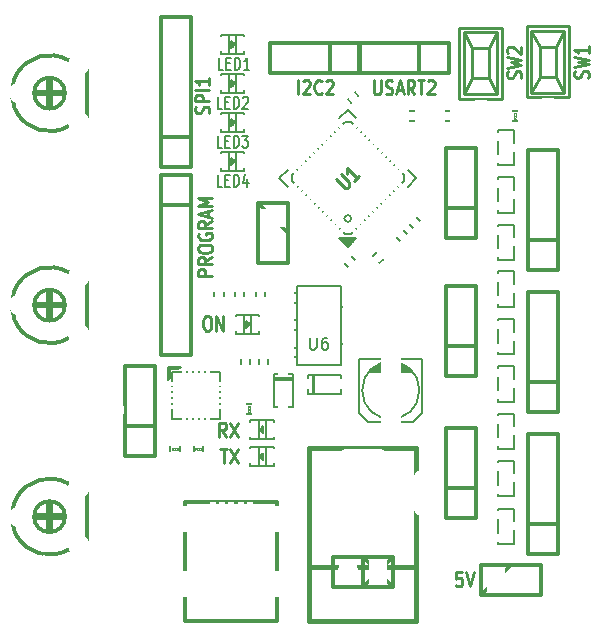
<source format=gto>
G04 #@! TF.FileFunction,Legend,Top*
%FSLAX46Y46*%
G04 Gerber Fmt 4.6, Leading zero omitted, Abs format (unit mm)*
G04 Created by KiCad (PCBNEW 4.1.0-alpha+201608281547+7098~46~ubuntu16.04.1-product) date Sun Sep  4 14:55:36 2016*
%MOMM*%
%LPD*%
G01*
G04 APERTURE LIST*
%ADD10C,0.100000*%
%ADD11C,0.254000*%
%ADD12C,0.127000*%
%ADD13C,0.304800*%
%ADD14C,0.149860*%
%ADD15C,0.381000*%
%ADD16C,0.350520*%
%ADD17C,0.250000*%
%ADD18C,0.200000*%
%ADD19C,0.200660*%
%ADD20C,0.040640*%
%ADD21O,2.300000X1.624000*%
%ADD22R,1.100760X1.100760*%
%ADD23R,1.100760X0.999160*%
%ADD24R,2.299640X1.624000*%
%ADD25O,2.299640X1.624000*%
%ADD26R,1.624000X2.299640*%
%ADD27O,1.624000X2.299640*%
%ADD28O,2.098980X4.100500*%
%ADD29O,4.100500X2.098980*%
%ADD30O,4.600880X2.098980*%
%ADD31R,1.298880X1.298880*%
%ADD32R,1.100760X0.699440*%
%ADD33R,0.999160X1.100760*%
%ADD34R,1.900860X1.400480*%
%ADD35R,1.900860X3.899840*%
%ADD36C,3.100000*%
%ADD37R,1.700200X3.099740*%
%ADD38R,0.950900X0.950900*%
%ADD39R,0.871220X0.441960*%
%ADD40R,0.441960X0.871220*%
%ADD41R,1.391920X1.391920*%
%ADD42R,2.297100X2.297100*%
%ADD43R,0.597840X2.297100*%
%ADD44C,0.999160*%
%ADD45C,1.850060*%
G04 APERTURE END LIST*
D10*
D11*
X164898960Y-89099520D02*
X164200460Y-87799040D01*
X166301040Y-89099520D02*
X166999540Y-87799040D01*
X166301040Y-91700480D02*
X166999540Y-93000960D01*
X164200460Y-93000960D02*
X164898960Y-91700480D01*
X164200460Y-93000960D02*
X164200460Y-87799040D01*
X164200460Y-87799040D02*
X166999540Y-87799040D01*
X166999540Y-87799040D02*
X166999540Y-93000960D01*
X166999540Y-93000960D02*
X164200460Y-93000960D01*
X164898960Y-91700480D02*
X164898960Y-89099520D01*
X164898960Y-89099520D02*
X166301040Y-89099520D01*
X166301040Y-89099520D02*
X166301040Y-91700480D01*
X166301040Y-91700480D02*
X164898960Y-91700480D01*
X163799140Y-93399740D02*
X163799140Y-87400260D01*
X163799140Y-87400260D02*
X167400860Y-87400260D01*
X167400860Y-87400260D02*
X167400860Y-93399740D01*
X167400860Y-93399740D02*
X163799140Y-93399740D01*
D12*
X137343600Y-110658800D02*
X138156400Y-110658800D01*
X138131000Y-109541200D02*
X137343600Y-109541200D01*
X138156400Y-109287200D02*
X138156400Y-110912800D01*
X138156400Y-110912800D02*
X137343600Y-110912800D01*
X137343600Y-110912800D02*
X137343600Y-109287200D01*
X137343600Y-109287200D02*
X138156400Y-109287200D01*
D13*
X135370000Y-102490000D02*
X132830000Y-102490000D01*
X132830000Y-99950000D02*
X135370000Y-99950000D01*
X135370000Y-99950000D02*
X135370000Y-115190000D01*
X135370000Y-115190000D02*
X132830000Y-115190000D01*
X132830000Y-115190000D02*
X132830000Y-99950000D01*
D14*
X148508112Y-105905765D02*
X148791888Y-105905765D01*
X148931980Y-105765673D02*
X148368020Y-105765673D01*
X148226132Y-105623785D02*
X149073868Y-105623785D01*
X149215756Y-105481897D02*
X148084244Y-105481897D01*
X149357644Y-105340009D02*
X148650000Y-106047653D01*
X148650000Y-106047653D02*
X147942356Y-105340009D01*
X147942356Y-105340009D02*
X149357644Y-105340009D01*
X153740009Y-99542356D02*
X154447653Y-100250000D01*
X154447653Y-100250000D02*
X153740009Y-100957644D01*
X147942356Y-95159991D02*
X148650000Y-94452347D01*
X148650000Y-94452347D02*
X149357644Y-95159991D01*
X143559991Y-100957644D02*
X142852347Y-100250000D01*
X142852347Y-100250000D02*
X143559991Y-99542356D01*
D12*
X148933981Y-103662497D02*
G75*
G03X148933981Y-103662497I-283981J0D01*
G01*
X153409536Y-99980592D02*
X153409536Y-100519408D01*
X153409536Y-100519408D02*
X148919408Y-105009536D01*
X148919408Y-105009536D02*
X148380592Y-105009536D01*
X148380592Y-105009536D02*
X143890464Y-100519408D01*
X143890464Y-100519408D02*
X143890464Y-99980592D01*
X143890464Y-99980592D02*
X148380592Y-95490464D01*
X148380592Y-95490464D02*
X148919408Y-95490464D01*
X148919408Y-95490464D02*
X153409536Y-99980592D01*
X154192237Y-103317501D02*
X153617501Y-103892237D01*
X154425724Y-104664539D02*
X154982499Y-104107763D01*
X154587368Y-104862105D02*
X153437895Y-103712632D01*
X153437895Y-103712632D02*
X154012632Y-103137895D01*
X154012632Y-103137895D02*
X155162105Y-104287368D01*
X155162105Y-104287368D02*
X154587368Y-104862105D01*
X149207763Y-94082499D02*
X149782499Y-93507763D01*
X148974276Y-92735461D02*
X148417501Y-93292237D01*
X148812632Y-92537895D02*
X149962105Y-93687368D01*
X149962105Y-93687368D02*
X149387368Y-94262105D01*
X149387368Y-94262105D02*
X148237895Y-93112632D01*
X148237895Y-93112632D02*
X148812632Y-92537895D01*
X148692237Y-106617501D02*
X148117501Y-107192237D01*
X148925724Y-107964539D02*
X149482499Y-107407763D01*
X149087368Y-108162105D02*
X147937895Y-107012632D01*
X147937895Y-107012632D02*
X148512632Y-106437895D01*
X148512632Y-106437895D02*
X149662105Y-107587368D01*
X149662105Y-107587368D02*
X149087368Y-108162105D01*
X151882499Y-106892237D02*
X151307763Y-106317501D01*
X150535461Y-107125724D02*
X151092237Y-107682499D01*
X150337895Y-107287368D02*
X151487368Y-106137895D01*
X151487368Y-106137895D02*
X152062105Y-106712632D01*
X152062105Y-106712632D02*
X150912632Y-107862105D01*
X150912632Y-107862105D02*
X150337895Y-107287368D01*
D13*
X154710000Y-88830000D02*
X154710000Y-91370000D01*
X157250000Y-91370000D02*
X149630000Y-91370000D01*
X149630000Y-91370000D02*
X149630000Y-88830000D01*
X149630000Y-88830000D02*
X157250000Y-88830000D01*
X157250000Y-88830000D02*
X157250000Y-91370000D01*
X163940000Y-129510000D02*
X166480000Y-129510000D01*
X166480000Y-121890000D02*
X166480000Y-132050000D01*
X163940000Y-132050000D02*
X163940000Y-121890000D01*
X166480000Y-132050000D02*
X163940000Y-132050000D01*
X163940000Y-121890000D02*
X166480000Y-121890000D01*
X163940000Y-117510000D02*
X166480000Y-117510000D01*
X166480000Y-109890000D02*
X166480000Y-120050000D01*
X163940000Y-120050000D02*
X163940000Y-109890000D01*
X166480000Y-120050000D02*
X163940000Y-120050000D01*
X163940000Y-109890000D02*
X166480000Y-109890000D01*
X163940000Y-105510000D02*
X166480000Y-105510000D01*
X166480000Y-97890000D02*
X166480000Y-108050000D01*
X163940000Y-108050000D02*
X163940000Y-97890000D01*
X166480000Y-108050000D02*
X163940000Y-108050000D01*
X163940000Y-97890000D02*
X166480000Y-97890000D01*
X149900000Y-134870000D02*
X149900000Y-132330000D01*
X149900000Y-132330000D02*
X152440000Y-134870000D01*
X152440000Y-132330000D02*
X149900000Y-134870000D01*
X147360000Y-132330000D02*
X152440000Y-132330000D01*
X152440000Y-134870000D02*
X147360000Y-134870000D01*
X152440000Y-132330000D02*
X152440000Y-134870000D01*
X147360000Y-134870000D02*
X147360000Y-132330000D01*
D15*
X145399120Y-133199080D02*
X154400880Y-133199080D01*
X145399120Y-137699960D02*
X154400880Y-137699960D01*
X154400880Y-137699960D02*
X154400880Y-123100040D01*
X154400880Y-123100040D02*
X145399120Y-123100040D01*
X145399120Y-123100040D02*
X145399120Y-137699960D01*
D13*
X132830000Y-96770000D02*
X135370000Y-96770000D01*
X135370000Y-86610000D02*
X135370000Y-99310000D01*
X132830000Y-99310000D02*
X132830000Y-86610000D01*
X135370000Y-99310000D02*
X132830000Y-99310000D01*
X132830000Y-86610000D02*
X135370000Y-86610000D01*
D12*
X139100660Y-88900000D02*
X138800940Y-88600280D01*
X138800940Y-88600280D02*
X138800940Y-89199720D01*
X138800940Y-89199720D02*
X139100660Y-88900000D01*
X138999060Y-88999060D02*
X138999060Y-88800940D01*
X138900000Y-88699340D02*
X138900000Y-89100660D01*
X139199720Y-89700100D02*
X139199720Y-88099900D01*
X138600280Y-88099900D02*
X138600280Y-89700100D01*
X137899240Y-88099900D02*
X139900760Y-88099900D01*
X139900760Y-88099900D02*
X139900760Y-89700100D01*
X139900760Y-89700100D02*
X137899240Y-89700100D01*
X137899240Y-89700100D02*
X137899240Y-88099900D01*
X139100660Y-92200000D02*
X138800940Y-91900280D01*
X138800940Y-91900280D02*
X138800940Y-92499720D01*
X138800940Y-92499720D02*
X139100660Y-92200000D01*
X138999060Y-92299060D02*
X138999060Y-92100940D01*
X138900000Y-91999340D02*
X138900000Y-92400660D01*
X139199720Y-93000100D02*
X139199720Y-91399900D01*
X138600280Y-91399900D02*
X138600280Y-93000100D01*
X137899240Y-91399900D02*
X139900760Y-91399900D01*
X139900760Y-91399900D02*
X139900760Y-93000100D01*
X139900760Y-93000100D02*
X137899240Y-93000100D01*
X137899240Y-93000100D02*
X137899240Y-91399900D01*
X139100660Y-95500000D02*
X138800940Y-95200280D01*
X138800940Y-95200280D02*
X138800940Y-95799720D01*
X138800940Y-95799720D02*
X139100660Y-95500000D01*
X138999060Y-95599060D02*
X138999060Y-95400940D01*
X138900000Y-95299340D02*
X138900000Y-95700660D01*
X139199720Y-96300100D02*
X139199720Y-94699900D01*
X138600280Y-94699900D02*
X138600280Y-96300100D01*
X137899240Y-94699900D02*
X139900760Y-94699900D01*
X139900760Y-94699900D02*
X139900760Y-96300100D01*
X139900760Y-96300100D02*
X137899240Y-96300100D01*
X137899240Y-96300100D02*
X137899240Y-94699900D01*
X139100660Y-98800000D02*
X138800940Y-98500280D01*
X138800940Y-98500280D02*
X138800940Y-99099720D01*
X138800940Y-99099720D02*
X139100660Y-98800000D01*
X138999060Y-98899060D02*
X138999060Y-98700940D01*
X138900000Y-98599340D02*
X138900000Y-99000660D01*
X139199720Y-99600100D02*
X139199720Y-97999900D01*
X138600280Y-97999900D02*
X138600280Y-99600100D01*
X137899240Y-97999900D02*
X139900760Y-97999900D01*
X139900760Y-97999900D02*
X139900760Y-99600100D01*
X139900760Y-99600100D02*
X137899240Y-99600100D01*
X137899240Y-99600100D02*
X137899240Y-97999900D01*
X161361500Y-130670000D02*
X160701100Y-130670000D01*
X161361500Y-128765000D02*
X160701100Y-128765000D01*
X162758500Y-129717500D02*
X163418900Y-129717500D01*
X162758500Y-128218900D02*
X162758500Y-131216100D01*
X162758500Y-131216100D02*
X161361500Y-131216100D01*
X161361500Y-131216100D02*
X161361500Y-128218900D01*
X161361500Y-128218900D02*
X162758500Y-128218900D01*
X161361500Y-126622500D02*
X160701100Y-126622500D01*
X161361500Y-124717500D02*
X160701100Y-124717500D01*
X162758500Y-125670000D02*
X163418900Y-125670000D01*
X162758500Y-124171400D02*
X162758500Y-127168600D01*
X162758500Y-127168600D02*
X161361500Y-127168600D01*
X161361500Y-127168600D02*
X161361500Y-124171400D01*
X161361500Y-124171400D02*
X162758500Y-124171400D01*
X161361500Y-122622500D02*
X160701100Y-122622500D01*
X161361500Y-120717500D02*
X160701100Y-120717500D01*
X162758500Y-121670000D02*
X163418900Y-121670000D01*
X162758500Y-120171400D02*
X162758500Y-123168600D01*
X162758500Y-123168600D02*
X161361500Y-123168600D01*
X161361500Y-123168600D02*
X161361500Y-120171400D01*
X161361500Y-120171400D02*
X162758500Y-120171400D01*
X161361500Y-118622500D02*
X160701100Y-118622500D01*
X161361500Y-116717500D02*
X160701100Y-116717500D01*
X162758500Y-117670000D02*
X163418900Y-117670000D01*
X162758500Y-116171400D02*
X162758500Y-119168600D01*
X162758500Y-119168600D02*
X161361500Y-119168600D01*
X161361500Y-119168600D02*
X161361500Y-116171400D01*
X161361500Y-116171400D02*
X162758500Y-116171400D01*
X161361500Y-114622500D02*
X160701100Y-114622500D01*
X161361500Y-112717500D02*
X160701100Y-112717500D01*
X162758500Y-113670000D02*
X163418900Y-113670000D01*
X162758500Y-112171400D02*
X162758500Y-115168600D01*
X162758500Y-115168600D02*
X161361500Y-115168600D01*
X161361500Y-115168600D02*
X161361500Y-112171400D01*
X161361500Y-112171400D02*
X162758500Y-112171400D01*
X161361500Y-110575000D02*
X160701100Y-110575000D01*
X161361500Y-108670000D02*
X160701100Y-108670000D01*
X162758500Y-109622500D02*
X163418900Y-109622500D01*
X162758500Y-108123900D02*
X162758500Y-111121100D01*
X162758500Y-111121100D02*
X161361500Y-111121100D01*
X161361500Y-111121100D02*
X161361500Y-108123900D01*
X161361500Y-108123900D02*
X162758500Y-108123900D01*
X161361500Y-106622500D02*
X160701100Y-106622500D01*
X161361500Y-104717500D02*
X160701100Y-104717500D01*
X162758500Y-105670000D02*
X163418900Y-105670000D01*
X162758500Y-104171400D02*
X162758500Y-107168600D01*
X162758500Y-107168600D02*
X161361500Y-107168600D01*
X161361500Y-107168600D02*
X161361500Y-104171400D01*
X161361500Y-104171400D02*
X162758500Y-104171400D01*
X161361500Y-102622500D02*
X160701100Y-102622500D01*
X161361500Y-100717500D02*
X160701100Y-100717500D01*
X162758500Y-101670000D02*
X163418900Y-101670000D01*
X162758500Y-100171400D02*
X162758500Y-103168600D01*
X162758500Y-103168600D02*
X161361500Y-103168600D01*
X161361500Y-103168600D02*
X161361500Y-100171400D01*
X161361500Y-100171400D02*
X162758500Y-100171400D01*
X161361500Y-98622500D02*
X160701100Y-98622500D01*
X161361500Y-96717500D02*
X160701100Y-96717500D01*
X162758500Y-97670000D02*
X163418900Y-97670000D01*
X162758500Y-96171400D02*
X162758500Y-99168600D01*
X162758500Y-99168600D02*
X161361500Y-99168600D01*
X161361500Y-99168600D02*
X161361500Y-96171400D01*
X161361500Y-96171400D02*
X162758500Y-96171400D01*
X153307763Y-105782499D02*
X153882499Y-105207763D01*
X153074276Y-104435461D02*
X152517501Y-104992237D01*
X152912632Y-104237895D02*
X154062105Y-105387368D01*
X154062105Y-105387368D02*
X153487368Y-105962105D01*
X153487368Y-105962105D02*
X152337895Y-104812632D01*
X152337895Y-104812632D02*
X152912632Y-104237895D01*
X154658800Y-95406400D02*
X154658800Y-94593600D01*
X153541200Y-94619000D02*
X153541200Y-95406400D01*
X153287200Y-94593600D02*
X154912800Y-94593600D01*
X154912800Y-94593600D02*
X154912800Y-95406400D01*
X154912800Y-95406400D02*
X153287200Y-95406400D01*
X153287200Y-95406400D02*
X153287200Y-94593600D01*
X157658800Y-95406400D02*
X157658800Y-94593600D01*
X156541200Y-94619000D02*
X156541200Y-95406400D01*
X156287200Y-94593600D02*
X157912800Y-94593600D01*
X157912800Y-94593600D02*
X157912800Y-95406400D01*
X157912800Y-95406400D02*
X156287200Y-95406400D01*
X156287200Y-95406400D02*
X156287200Y-94593600D01*
D11*
X160601040Y-91801300D02*
X161299540Y-93101780D01*
X159198960Y-91801300D02*
X158500460Y-93101780D01*
X159198960Y-89200340D02*
X158500460Y-87899860D01*
X161299540Y-87899860D02*
X160601040Y-89200340D01*
X161299540Y-87899860D02*
X161299540Y-93101780D01*
X161299540Y-93101780D02*
X158500460Y-93101780D01*
X158500460Y-93101780D02*
X158500460Y-87899860D01*
X158500460Y-87899860D02*
X161299540Y-87899860D01*
X160601040Y-89200340D02*
X160601040Y-91801300D01*
X160601040Y-91801300D02*
X159198960Y-91801300D01*
X159198960Y-91801300D02*
X159198960Y-89200340D01*
X159198960Y-89200340D02*
X160601040Y-89200340D01*
X161700860Y-87501080D02*
X161700860Y-93500560D01*
X161700860Y-93500560D02*
X158099140Y-93500560D01*
X158099140Y-93500560D02*
X158099140Y-87501080D01*
X158099140Y-87501080D02*
X161700860Y-87501080D01*
D12*
X149844900Y-111149360D02*
X149844900Y-114248160D01*
X149844900Y-114248160D02*
X148054200Y-114248160D01*
X149844900Y-111149360D02*
X148054200Y-111149360D01*
X142555100Y-114591060D02*
X142555100Y-115403860D01*
X142555100Y-115403860D02*
X144345800Y-115403860D01*
X142555100Y-114591060D02*
X144345800Y-114591060D01*
X142555100Y-112292360D02*
X144345800Y-112292360D01*
X142555100Y-113105160D02*
X144345800Y-113105160D01*
X142555100Y-112292360D02*
X142555100Y-113105160D01*
X142555100Y-109993660D02*
X142555100Y-110806460D01*
X142555100Y-110806460D02*
X144345800Y-110806460D01*
X142555100Y-109993660D02*
X144345800Y-109993660D01*
X144345800Y-116051560D02*
X144345800Y-109345960D01*
X144345800Y-109345960D02*
X148054200Y-109345960D01*
X148054200Y-109345960D02*
X148054200Y-116051560D01*
X148054200Y-116051560D02*
X144345800Y-116051560D01*
X152925000Y-115914000D02*
X151528000Y-115914000D01*
X153179000Y-116041000D02*
X151401000Y-116041000D01*
X153560000Y-116168000D02*
X151020000Y-116168000D01*
X150893000Y-116295000D02*
X153687000Y-116295000D01*
X153814000Y-116422000D02*
X150766000Y-116422000D01*
X150639000Y-116549000D02*
X153941000Y-116549000D01*
X154068000Y-116676000D02*
X150512000Y-116676000D01*
X154703000Y-118200000D02*
G75*
G03X154703000Y-118200000I-2413000J0D01*
G01*
X154957000Y-115533000D02*
X154957000Y-120105000D01*
X154957000Y-120105000D02*
X154195000Y-120867000D01*
X154195000Y-120867000D02*
X150385000Y-120867000D01*
X150385000Y-120867000D02*
X149623000Y-120105000D01*
X149623000Y-120105000D02*
X149623000Y-115533000D01*
X149623000Y-115533000D02*
X154957000Y-115533000D01*
X152290000Y-120359000D02*
X152290000Y-119597000D01*
X152671000Y-119978000D02*
X151909000Y-119978000D01*
X163358800Y-95406400D02*
X163358800Y-94593600D01*
X162241200Y-94619000D02*
X162241200Y-95406400D01*
X161987200Y-94593600D02*
X163612800Y-94593600D01*
X163612800Y-94593600D02*
X163612800Y-95406400D01*
X163612800Y-95406400D02*
X161987200Y-95406400D01*
X161987200Y-95406400D02*
X161987200Y-94593600D01*
X144000100Y-117300840D02*
X142399900Y-117300840D01*
X142399900Y-117199240D02*
X144000100Y-117199240D01*
X142399900Y-119599540D02*
X142399900Y-116800460D01*
X142399900Y-116800460D02*
X144000100Y-116800460D01*
X144000100Y-116800460D02*
X144000100Y-119599540D01*
X144000100Y-119599540D02*
X142399900Y-119599540D01*
X141199340Y-121550000D02*
X141499060Y-121849720D01*
X141499060Y-121849720D02*
X141499060Y-121250280D01*
X141499060Y-121250280D02*
X141199340Y-121550000D01*
X141300940Y-121450940D02*
X141300940Y-121649060D01*
X141400000Y-121750660D02*
X141400000Y-121349340D01*
X141100280Y-120749900D02*
X141100280Y-122350100D01*
X141699720Y-122350100D02*
X141699720Y-120749900D01*
X142400760Y-122350100D02*
X140399240Y-122350100D01*
X140399240Y-122350100D02*
X140399240Y-120749900D01*
X140399240Y-120749900D02*
X142400760Y-120749900D01*
X142400760Y-120749900D02*
X142400760Y-122350100D01*
X141199340Y-123800000D02*
X141499060Y-124099720D01*
X141499060Y-124099720D02*
X141499060Y-123500280D01*
X141499060Y-123500280D02*
X141199340Y-123800000D01*
X141300940Y-123700940D02*
X141300940Y-123899060D01*
X141400000Y-124000660D02*
X141400000Y-123599340D01*
X141100280Y-122999900D02*
X141100280Y-124600100D01*
X141699720Y-124600100D02*
X141699720Y-122999900D01*
X142400760Y-124600100D02*
X140399240Y-124600100D01*
X140399240Y-124600100D02*
X140399240Y-122999900D01*
X140399240Y-122999900D02*
X142400760Y-122999900D01*
X142400760Y-122999900D02*
X142400760Y-124600100D01*
X133593600Y-123758800D02*
X134406400Y-123758800D01*
X134381000Y-122641200D02*
X133593600Y-122641200D01*
X134406400Y-122387200D02*
X134406400Y-124012800D01*
X134406400Y-124012800D02*
X133593600Y-124012800D01*
X133593600Y-124012800D02*
X133593600Y-122387200D01*
X133593600Y-122387200D02*
X134406400Y-122387200D01*
X136406400Y-122641200D02*
X135593600Y-122641200D01*
X135619000Y-123758800D02*
X136406400Y-123758800D01*
X135593600Y-124012800D02*
X135593600Y-122387200D01*
X135593600Y-122387200D02*
X136406400Y-122387200D01*
X136406400Y-122387200D02*
X136406400Y-124012800D01*
X136406400Y-124012800D02*
X135593600Y-124012800D01*
X134400760Y-116334040D02*
X133500760Y-116334040D01*
X133500760Y-116334040D02*
X133500760Y-117234040D01*
X133600760Y-117134040D02*
X133400760Y-117334040D01*
X133400760Y-117334040D02*
X133400760Y-116234040D01*
X133400760Y-116234040D02*
X134500760Y-116234040D01*
X134500760Y-116234040D02*
X134300760Y-116434040D01*
X134300760Y-116434040D02*
X133600760Y-116434040D01*
X133600760Y-116434040D02*
X133600760Y-117134040D01*
X133801780Y-117033840D02*
X133801780Y-116934780D01*
X134101500Y-116635060D02*
X133999900Y-116635060D01*
X134299620Y-116635060D02*
X134101500Y-116635060D01*
X134401220Y-116635060D02*
X134200560Y-116635060D01*
X133801780Y-116635060D02*
X137799740Y-116635060D01*
X137799740Y-116635060D02*
X137799740Y-120633020D01*
X137799740Y-120633020D02*
X133801780Y-120633020D01*
X133801780Y-120633020D02*
X133801780Y-116635060D01*
D13*
X134901100Y-128295640D02*
X133798740Y-128295640D01*
X133798740Y-128295640D02*
X133798740Y-129796780D01*
X133798740Y-129796780D02*
X134901100Y-129796780D01*
X143801260Y-129799320D02*
X142698900Y-129799320D01*
X143801260Y-128298180D02*
X143801260Y-129799320D01*
X142698900Y-128298180D02*
X143801260Y-128298180D01*
X142698900Y-133799820D02*
X143801260Y-133799820D01*
X143801260Y-133799820D02*
X143801260Y-135300960D01*
X143801260Y-135300960D02*
X142698900Y-135300960D01*
X134901100Y-133799820D02*
X133798740Y-133799820D01*
X133798740Y-133799820D02*
X133798740Y-135300960D01*
X133798740Y-135300960D02*
X134901100Y-135300960D01*
X134901100Y-137701260D02*
X142698900Y-137701260D01*
X142698900Y-137701260D02*
X142698900Y-127698740D01*
X142698900Y-127698740D02*
X134901100Y-127698740D01*
X134901100Y-127698740D02*
X134901100Y-137701260D01*
D12*
X145800840Y-116899900D02*
X145800840Y-118500100D01*
X145699240Y-118500100D02*
X145699240Y-116899900D01*
X148099540Y-118500100D02*
X145300460Y-118500100D01*
X145300460Y-118500100D02*
X145300460Y-116899900D01*
X145300460Y-116899900D02*
X148099540Y-116899900D01*
X148099540Y-116899900D02*
X148099540Y-118500100D01*
X140406400Y-115241200D02*
X139593600Y-115241200D01*
X139619000Y-116358800D02*
X140406400Y-116358800D01*
X139593600Y-116612800D02*
X139593600Y-114987200D01*
X139593600Y-114987200D02*
X140406400Y-114987200D01*
X140406400Y-114987200D02*
X140406400Y-116612800D01*
X140406400Y-116612800D02*
X139593600Y-116612800D01*
X141906400Y-115241200D02*
X141093600Y-115241200D01*
X141119000Y-116358800D02*
X141906400Y-116358800D01*
X141093600Y-116612800D02*
X141093600Y-114987200D01*
X141093600Y-114987200D02*
X141906400Y-114987200D01*
X141906400Y-114987200D02*
X141906400Y-116612800D01*
X141906400Y-116612800D02*
X141093600Y-116612800D01*
X139093600Y-110658800D02*
X139906400Y-110658800D01*
X139881000Y-109541200D02*
X139093600Y-109541200D01*
X139906400Y-109287200D02*
X139906400Y-110912800D01*
X139906400Y-110912800D02*
X139093600Y-110912800D01*
X139093600Y-110912800D02*
X139093600Y-109287200D01*
X139093600Y-109287200D02*
X139906400Y-109287200D01*
X140843600Y-110658800D02*
X141656400Y-110658800D01*
X141631000Y-109541200D02*
X140843600Y-109541200D01*
X141656400Y-109287200D02*
X141656400Y-110912800D01*
X141656400Y-110912800D02*
X140843600Y-110912800D01*
X140843600Y-110912800D02*
X140843600Y-109287200D01*
X140843600Y-109287200D02*
X141656400Y-109287200D01*
X140350660Y-112600000D02*
X140050940Y-112300280D01*
X140050940Y-112300280D02*
X140050940Y-112899720D01*
X140050940Y-112899720D02*
X140350660Y-112600000D01*
X140249060Y-112699060D02*
X140249060Y-112500940D01*
X140150000Y-112399340D02*
X140150000Y-112800660D01*
X140449720Y-113400100D02*
X140449720Y-111799900D01*
X139850280Y-111799900D02*
X139850280Y-113400100D01*
X139149240Y-111799900D02*
X141150760Y-111799900D01*
X141150760Y-111799900D02*
X141150760Y-113400100D01*
X141150760Y-113400100D02*
X139149240Y-113400100D01*
X139149240Y-113400100D02*
X139149240Y-111799900D01*
D13*
X159470000Y-126510000D02*
X156930000Y-126510000D01*
X156930000Y-129050000D02*
X156930000Y-121430000D01*
X156930000Y-121430000D02*
X159470000Y-121430000D01*
X159470000Y-121430000D02*
X159470000Y-129050000D01*
X159470000Y-129050000D02*
X156930000Y-129050000D01*
X159470000Y-114470000D02*
X156930000Y-114470000D01*
X156930000Y-117010000D02*
X156930000Y-109390000D01*
X156930000Y-109390000D02*
X159470000Y-109390000D01*
X159470000Y-109390000D02*
X159470000Y-117010000D01*
X159470000Y-117010000D02*
X156930000Y-117010000D01*
X159470000Y-102810000D02*
X156930000Y-102810000D01*
X156930000Y-105350000D02*
X156930000Y-97730000D01*
X156930000Y-97730000D02*
X159470000Y-97730000D01*
X159470000Y-97730000D02*
X159470000Y-105350000D01*
X159470000Y-105350000D02*
X156930000Y-105350000D01*
X147110000Y-88830000D02*
X147110000Y-91370000D01*
X149650000Y-91370000D02*
X142030000Y-91370000D01*
X142030000Y-91370000D02*
X142030000Y-88830000D01*
X142030000Y-88830000D02*
X149650000Y-88830000D01*
X149650000Y-88830000D02*
X149650000Y-91370000D01*
X141030000Y-102360000D02*
X143570000Y-104900000D01*
X141030000Y-107440000D02*
X141030000Y-102360000D01*
X143570000Y-102360000D02*
X143570000Y-107440000D01*
X141030000Y-102360000D02*
X143570000Y-102360000D01*
X143570000Y-107440000D02*
X141030000Y-107440000D01*
D12*
X140858800Y-120206400D02*
X140858800Y-119393600D01*
X139741200Y-119419000D02*
X139741200Y-120206400D01*
X139487200Y-119393600D02*
X141112800Y-119393600D01*
X141112800Y-119393600D02*
X141112800Y-120206400D01*
X141112800Y-120206400D02*
X139487200Y-120206400D01*
X139487200Y-120206400D02*
X139487200Y-119393600D01*
D13*
X132370000Y-121220000D02*
X129830000Y-121220000D01*
X129830000Y-123760000D02*
X129830000Y-116140000D01*
X129830000Y-116140000D02*
X132370000Y-116140000D01*
X132370000Y-116140000D02*
X132370000Y-123760000D01*
X132370000Y-123760000D02*
X129830000Y-123760000D01*
D16*
X121070820Y-126680040D02*
G75*
G03X121180040Y-131229180I2329180J-2219960D01*
G01*
X126600400Y-131699080D02*
X125000200Y-131699080D01*
X126600400Y-126100920D02*
X125000200Y-126100920D01*
X125000200Y-126100920D02*
G75*
G03X120600920Y-127299800I-1600200J-2799080D01*
G01*
X120600920Y-130500200D02*
G75*
G03X125000200Y-131699080I2799080J1600200D01*
G01*
X126600400Y-131699080D02*
X126600400Y-126100920D01*
X122201120Y-128800940D02*
X124499820Y-128800940D01*
X124499820Y-128800940D02*
X124499820Y-128999060D01*
X124499820Y-128999060D02*
X122201120Y-128999060D01*
X123499060Y-130098880D02*
X123499060Y-127800180D01*
X123499060Y-127800180D02*
X123300940Y-127800180D01*
X123300940Y-127800180D02*
X123300940Y-130098880D01*
X124704247Y-128900000D02*
G75*
G03X124704247Y-128900000I-1304247J0D01*
G01*
X121070820Y-108780040D02*
G75*
G03X121180040Y-113329180I2329180J-2219960D01*
G01*
X126600400Y-113799080D02*
X125000200Y-113799080D01*
X126600400Y-108200920D02*
X125000200Y-108200920D01*
X125000200Y-108200920D02*
G75*
G03X120600920Y-109399800I-1600200J-2799080D01*
G01*
X120600920Y-112600200D02*
G75*
G03X125000200Y-113799080I2799080J1600200D01*
G01*
X126600400Y-113799080D02*
X126600400Y-108200920D01*
X122201120Y-110900940D02*
X124499820Y-110900940D01*
X124499820Y-110900940D02*
X124499820Y-111099060D01*
X124499820Y-111099060D02*
X122201120Y-111099060D01*
X123499060Y-112198880D02*
X123499060Y-109900180D01*
X123499060Y-109900180D02*
X123300940Y-109900180D01*
X123300940Y-109900180D02*
X123300940Y-112198880D01*
X124704247Y-111000000D02*
G75*
G03X124704247Y-111000000I-1304247J0D01*
G01*
X121070820Y-90830040D02*
G75*
G03X121180040Y-95379180I2329180J-2219960D01*
G01*
X126600400Y-95849080D02*
X125000200Y-95849080D01*
X126600400Y-90250920D02*
X125000200Y-90250920D01*
X125000200Y-90250920D02*
G75*
G03X120600920Y-91449800I-1600200J-2799080D01*
G01*
X120600920Y-94650200D02*
G75*
G03X125000200Y-95849080I2799080J1600200D01*
G01*
X126600400Y-95849080D02*
X126600400Y-90250920D01*
X122201120Y-92950940D02*
X124499820Y-92950940D01*
X124499820Y-92950940D02*
X124499820Y-93149060D01*
X124499820Y-93149060D02*
X122201120Y-93149060D01*
X123499060Y-94248880D02*
X123499060Y-91950180D01*
X123499060Y-91950180D02*
X123300940Y-91950180D01*
X123300940Y-91950180D02*
X123300940Y-94248880D01*
X124704247Y-93050000D02*
G75*
G03X124704247Y-93050000I-1304247J0D01*
G01*
D13*
X159900000Y-135540000D02*
X162440000Y-133000000D01*
X164980000Y-135540000D02*
X159900000Y-135540000D01*
X159900000Y-133000000D02*
X164980000Y-133000000D01*
X159900000Y-135540000D02*
X159900000Y-133000000D01*
X164980000Y-133000000D02*
X164980000Y-135540000D01*
D17*
X168985714Y-91733333D02*
X169042857Y-91590476D01*
X169042857Y-91352380D01*
X168985714Y-91257142D01*
X168928571Y-91209523D01*
X168814285Y-91161904D01*
X168700000Y-91161904D01*
X168585714Y-91209523D01*
X168528571Y-91257142D01*
X168471428Y-91352380D01*
X168414285Y-91542857D01*
X168357142Y-91638095D01*
X168300000Y-91685714D01*
X168185714Y-91733333D01*
X168071428Y-91733333D01*
X167957142Y-91685714D01*
X167900000Y-91638095D01*
X167842857Y-91542857D01*
X167842857Y-91304761D01*
X167900000Y-91161904D01*
X167842857Y-90828571D02*
X169042857Y-90590476D01*
X168185714Y-90400000D01*
X169042857Y-90209523D01*
X167842857Y-89971428D01*
X169042857Y-89066666D02*
X169042857Y-89638095D01*
X169042857Y-89352380D02*
X167842857Y-89352380D01*
X168014285Y-89447619D01*
X168128571Y-89542857D01*
X168185714Y-89638095D01*
X137172857Y-108505714D02*
X135972857Y-108505714D01*
X135972857Y-108124761D01*
X136030000Y-108029523D01*
X136087142Y-107981904D01*
X136201428Y-107934285D01*
X136372857Y-107934285D01*
X136487142Y-107981904D01*
X136544285Y-108029523D01*
X136601428Y-108124761D01*
X136601428Y-108505714D01*
X137172857Y-106934285D02*
X136601428Y-107267619D01*
X137172857Y-107505714D02*
X135972857Y-107505714D01*
X135972857Y-107124761D01*
X136030000Y-107029523D01*
X136087142Y-106981904D01*
X136201428Y-106934285D01*
X136372857Y-106934285D01*
X136487142Y-106981904D01*
X136544285Y-107029523D01*
X136601428Y-107124761D01*
X136601428Y-107505714D01*
X135972857Y-106315238D02*
X135972857Y-106124761D01*
X136030000Y-106029523D01*
X136144285Y-105934285D01*
X136372857Y-105886666D01*
X136772857Y-105886666D01*
X137001428Y-105934285D01*
X137115714Y-106029523D01*
X137172857Y-106124761D01*
X137172857Y-106315238D01*
X137115714Y-106410476D01*
X137001428Y-106505714D01*
X136772857Y-106553333D01*
X136372857Y-106553333D01*
X136144285Y-106505714D01*
X136030000Y-106410476D01*
X135972857Y-106315238D01*
X136030000Y-104934285D02*
X135972857Y-105029523D01*
X135972857Y-105172380D01*
X136030000Y-105315238D01*
X136144285Y-105410476D01*
X136258571Y-105458095D01*
X136487142Y-105505714D01*
X136658571Y-105505714D01*
X136887142Y-105458095D01*
X137001428Y-105410476D01*
X137115714Y-105315238D01*
X137172857Y-105172380D01*
X137172857Y-105077142D01*
X137115714Y-104934285D01*
X137058571Y-104886666D01*
X136658571Y-104886666D01*
X136658571Y-105077142D01*
X137172857Y-103886666D02*
X136601428Y-104220000D01*
X137172857Y-104458095D02*
X135972857Y-104458095D01*
X135972857Y-104077142D01*
X136030000Y-103981904D01*
X136087142Y-103934285D01*
X136201428Y-103886666D01*
X136372857Y-103886666D01*
X136487142Y-103934285D01*
X136544285Y-103981904D01*
X136601428Y-104077142D01*
X136601428Y-104458095D01*
X136830000Y-103505714D02*
X136830000Y-103029523D01*
X137172857Y-103600952D02*
X135972857Y-103267619D01*
X137172857Y-102934285D01*
X137172857Y-102600952D02*
X135972857Y-102600952D01*
X136830000Y-102267619D01*
X135972857Y-101934285D01*
X137172857Y-101934285D01*
X147646581Y-100324077D02*
X148333485Y-101010981D01*
X148447969Y-101058122D01*
X148522047Y-101064856D01*
X148629796Y-101037918D01*
X148764483Y-100903231D01*
X148791421Y-100795482D01*
X148784687Y-100721404D01*
X148737546Y-100606920D01*
X148050642Y-99920016D01*
X149606277Y-100061438D02*
X149202216Y-100465499D01*
X149404247Y-100263468D02*
X148555719Y-99414940D01*
X148609593Y-99603502D01*
X148623062Y-99751658D01*
X148596125Y-99859407D01*
X150852380Y-91942857D02*
X150852380Y-92914285D01*
X150900000Y-93028571D01*
X150947619Y-93085714D01*
X151042857Y-93142857D01*
X151233333Y-93142857D01*
X151328571Y-93085714D01*
X151376190Y-93028571D01*
X151423809Y-92914285D01*
X151423809Y-91942857D01*
X151852380Y-93085714D02*
X151995238Y-93142857D01*
X152233333Y-93142857D01*
X152328571Y-93085714D01*
X152376190Y-93028571D01*
X152423809Y-92914285D01*
X152423809Y-92800000D01*
X152376190Y-92685714D01*
X152328571Y-92628571D01*
X152233333Y-92571428D01*
X152042857Y-92514285D01*
X151947619Y-92457142D01*
X151900000Y-92400000D01*
X151852380Y-92285714D01*
X151852380Y-92171428D01*
X151900000Y-92057142D01*
X151947619Y-92000000D01*
X152042857Y-91942857D01*
X152280952Y-91942857D01*
X152423809Y-92000000D01*
X152804761Y-92800000D02*
X153280952Y-92800000D01*
X152709523Y-93142857D02*
X153042857Y-91942857D01*
X153376190Y-93142857D01*
X154280952Y-93142857D02*
X153947619Y-92571428D01*
X153709523Y-93142857D02*
X153709523Y-91942857D01*
X154090476Y-91942857D01*
X154185714Y-92000000D01*
X154233333Y-92057142D01*
X154280952Y-92171428D01*
X154280952Y-92342857D01*
X154233333Y-92457142D01*
X154185714Y-92514285D01*
X154090476Y-92571428D01*
X153709523Y-92571428D01*
X154566666Y-91942857D02*
X155138095Y-91942857D01*
X154852380Y-93142857D02*
X154852380Y-91942857D01*
X155423809Y-92057142D02*
X155471428Y-92000000D01*
X155566666Y-91942857D01*
X155804761Y-91942857D01*
X155900000Y-92000000D01*
X155947619Y-92057142D01*
X155995238Y-92171428D01*
X155995238Y-92285714D01*
X155947619Y-92457142D01*
X155376190Y-93142857D01*
X155995238Y-93142857D01*
X136885714Y-94750000D02*
X136942857Y-94607142D01*
X136942857Y-94369047D01*
X136885714Y-94273809D01*
X136828571Y-94226190D01*
X136714285Y-94178571D01*
X136600000Y-94178571D01*
X136485714Y-94226190D01*
X136428571Y-94273809D01*
X136371428Y-94369047D01*
X136314285Y-94559523D01*
X136257142Y-94654761D01*
X136200000Y-94702380D01*
X136085714Y-94750000D01*
X135971428Y-94750000D01*
X135857142Y-94702380D01*
X135800000Y-94654761D01*
X135742857Y-94559523D01*
X135742857Y-94321428D01*
X135800000Y-94178571D01*
X136942857Y-93750000D02*
X135742857Y-93750000D01*
X135742857Y-93369047D01*
X135800000Y-93273809D01*
X135857142Y-93226190D01*
X135971428Y-93178571D01*
X136142857Y-93178571D01*
X136257142Y-93226190D01*
X136314285Y-93273809D01*
X136371428Y-93369047D01*
X136371428Y-93750000D01*
X136942857Y-92750000D02*
X135742857Y-92750000D01*
X136942857Y-91750000D02*
X136942857Y-92321428D01*
X136942857Y-92035714D02*
X135742857Y-92035714D01*
X135914285Y-92130952D01*
X136028571Y-92226190D01*
X136085714Y-92321428D01*
D18*
X138104761Y-91052380D02*
X137723809Y-91052380D01*
X137723809Y-90052380D01*
X138371428Y-90528571D02*
X138638095Y-90528571D01*
X138752380Y-91052380D02*
X138371428Y-91052380D01*
X138371428Y-90052380D01*
X138752380Y-90052380D01*
X139095238Y-91052380D02*
X139095238Y-90052380D01*
X139285714Y-90052380D01*
X139400000Y-90100000D01*
X139476190Y-90195238D01*
X139514285Y-90290476D01*
X139552380Y-90480952D01*
X139552380Y-90623809D01*
X139514285Y-90814285D01*
X139476190Y-90909523D01*
X139400000Y-91004761D01*
X139285714Y-91052380D01*
X139095238Y-91052380D01*
X140314285Y-91052380D02*
X139857142Y-91052380D01*
X140085714Y-91052380D02*
X140085714Y-90052380D01*
X140009523Y-90195238D01*
X139933333Y-90290476D01*
X139857142Y-90338095D01*
X138004761Y-94352380D02*
X137623809Y-94352380D01*
X137623809Y-93352380D01*
X138271428Y-93828571D02*
X138538095Y-93828571D01*
X138652380Y-94352380D02*
X138271428Y-94352380D01*
X138271428Y-93352380D01*
X138652380Y-93352380D01*
X138995238Y-94352380D02*
X138995238Y-93352380D01*
X139185714Y-93352380D01*
X139300000Y-93400000D01*
X139376190Y-93495238D01*
X139414285Y-93590476D01*
X139452380Y-93780952D01*
X139452380Y-93923809D01*
X139414285Y-94114285D01*
X139376190Y-94209523D01*
X139300000Y-94304761D01*
X139185714Y-94352380D01*
X138995238Y-94352380D01*
X139757142Y-93447619D02*
X139795238Y-93400000D01*
X139871428Y-93352380D01*
X140061904Y-93352380D01*
X140138095Y-93400000D01*
X140176190Y-93447619D01*
X140214285Y-93542857D01*
X140214285Y-93638095D01*
X140176190Y-93780952D01*
X139719047Y-94352380D01*
X140214285Y-94352380D01*
X138004761Y-97652380D02*
X137623809Y-97652380D01*
X137623809Y-96652380D01*
X138271428Y-97128571D02*
X138538095Y-97128571D01*
X138652380Y-97652380D02*
X138271428Y-97652380D01*
X138271428Y-96652380D01*
X138652380Y-96652380D01*
X138995238Y-97652380D02*
X138995238Y-96652380D01*
X139185714Y-96652380D01*
X139300000Y-96700000D01*
X139376190Y-96795238D01*
X139414285Y-96890476D01*
X139452380Y-97080952D01*
X139452380Y-97223809D01*
X139414285Y-97414285D01*
X139376190Y-97509523D01*
X139300000Y-97604761D01*
X139185714Y-97652380D01*
X138995238Y-97652380D01*
X139719047Y-96652380D02*
X140214285Y-96652380D01*
X139947619Y-97033333D01*
X140061904Y-97033333D01*
X140138095Y-97080952D01*
X140176190Y-97128571D01*
X140214285Y-97223809D01*
X140214285Y-97461904D01*
X140176190Y-97557142D01*
X140138095Y-97604761D01*
X140061904Y-97652380D01*
X139833333Y-97652380D01*
X139757142Y-97604761D01*
X139719047Y-97557142D01*
X138004761Y-100952380D02*
X137623809Y-100952380D01*
X137623809Y-99952380D01*
X138271428Y-100428571D02*
X138538095Y-100428571D01*
X138652380Y-100952380D02*
X138271428Y-100952380D01*
X138271428Y-99952380D01*
X138652380Y-99952380D01*
X138995238Y-100952380D02*
X138995238Y-99952380D01*
X139185714Y-99952380D01*
X139300000Y-100000000D01*
X139376190Y-100095238D01*
X139414285Y-100190476D01*
X139452380Y-100380952D01*
X139452380Y-100523809D01*
X139414285Y-100714285D01*
X139376190Y-100809523D01*
X139300000Y-100904761D01*
X139185714Y-100952380D01*
X138995238Y-100952380D01*
X140138095Y-100285714D02*
X140138095Y-100952380D01*
X139947619Y-99904761D02*
X139757142Y-100619047D01*
X140252380Y-100619047D01*
D17*
X163285714Y-91783333D02*
X163342857Y-91640476D01*
X163342857Y-91402380D01*
X163285714Y-91307142D01*
X163228571Y-91259523D01*
X163114285Y-91211904D01*
X163000000Y-91211904D01*
X162885714Y-91259523D01*
X162828571Y-91307142D01*
X162771428Y-91402380D01*
X162714285Y-91592857D01*
X162657142Y-91688095D01*
X162600000Y-91735714D01*
X162485714Y-91783333D01*
X162371428Y-91783333D01*
X162257142Y-91735714D01*
X162200000Y-91688095D01*
X162142857Y-91592857D01*
X162142857Y-91354761D01*
X162200000Y-91211904D01*
X162142857Y-90878571D02*
X163342857Y-90640476D01*
X162485714Y-90450000D01*
X163342857Y-90259523D01*
X162142857Y-90021428D01*
X162257142Y-89688095D02*
X162200000Y-89640476D01*
X162142857Y-89545238D01*
X162142857Y-89307142D01*
X162200000Y-89211904D01*
X162257142Y-89164285D01*
X162371428Y-89116666D01*
X162485714Y-89116666D01*
X162657142Y-89164285D01*
X163342857Y-89735714D01*
X163342857Y-89116666D01*
D19*
X145437516Y-113750724D02*
X145437516Y-114560863D01*
X145485171Y-114656174D01*
X145532826Y-114703829D01*
X145628137Y-114751484D01*
X145818758Y-114751484D01*
X145914068Y-114703829D01*
X145961723Y-114656174D01*
X146009379Y-114560863D01*
X146009379Y-113750724D01*
X146914828Y-113750724D02*
X146724207Y-113750724D01*
X146628897Y-113798380D01*
X146581241Y-113846035D01*
X146485931Y-113989000D01*
X146438276Y-114179621D01*
X146438276Y-114560863D01*
X146485931Y-114656174D01*
X146533586Y-114703829D01*
X146628897Y-114751484D01*
X146819518Y-114751484D01*
X146914828Y-114703829D01*
X146962483Y-114656174D01*
X147010139Y-114560863D01*
X147010139Y-114322587D01*
X146962483Y-114227277D01*
X146914828Y-114179621D01*
X146819518Y-114131966D01*
X146628897Y-114131966D01*
X146533586Y-114179621D01*
X146485931Y-114227277D01*
X146438276Y-114322587D01*
D20*
X162890774Y-95128995D02*
X162795222Y-95195882D01*
X162890774Y-95243658D02*
X162690114Y-95243658D01*
X162690114Y-95167216D01*
X162699670Y-95148106D01*
X162709225Y-95138550D01*
X162728335Y-95128995D01*
X162757001Y-95128995D01*
X162776111Y-95138550D01*
X162785667Y-95148106D01*
X162795222Y-95167216D01*
X162795222Y-95243658D01*
X162890774Y-94937890D02*
X162890774Y-95052553D01*
X162890774Y-94995222D02*
X162690114Y-94995222D01*
X162718780Y-95014332D01*
X162737890Y-95033443D01*
X162747446Y-95052553D01*
X162690114Y-94871004D02*
X162690114Y-94746786D01*
X162766556Y-94813672D01*
X162766556Y-94785007D01*
X162776111Y-94765896D01*
X162785667Y-94756341D01*
X162804777Y-94746786D01*
X162852553Y-94746786D01*
X162871664Y-94756341D01*
X162881219Y-94765896D01*
X162890774Y-94785007D01*
X162890774Y-94842338D01*
X162881219Y-94861449D01*
X162871664Y-94871004D01*
D17*
X138353333Y-122132857D02*
X138020000Y-121561428D01*
X137781904Y-122132857D02*
X137781904Y-120932857D01*
X138162857Y-120932857D01*
X138258095Y-120990000D01*
X138305714Y-121047142D01*
X138353333Y-121161428D01*
X138353333Y-121332857D01*
X138305714Y-121447142D01*
X138258095Y-121504285D01*
X138162857Y-121561428D01*
X137781904Y-121561428D01*
X138686666Y-120932857D02*
X139353333Y-122132857D01*
X139353333Y-120932857D02*
X138686666Y-122132857D01*
X137868095Y-123162857D02*
X138439523Y-123162857D01*
X138153809Y-124362857D02*
X138153809Y-123162857D01*
X138677619Y-123162857D02*
X139344285Y-124362857D01*
X139344285Y-123162857D02*
X138677619Y-124362857D01*
D20*
X133871004Y-123290774D02*
X133804117Y-123195222D01*
X133756341Y-123290774D02*
X133756341Y-123090114D01*
X133832783Y-123090114D01*
X133851893Y-123099670D01*
X133861449Y-123109225D01*
X133871004Y-123128335D01*
X133871004Y-123157001D01*
X133861449Y-123176111D01*
X133851893Y-123185667D01*
X133832783Y-123195222D01*
X133756341Y-123195222D01*
X133947446Y-123109225D02*
X133957001Y-123099670D01*
X133976111Y-123090114D01*
X134023888Y-123090114D01*
X134042998Y-123099670D01*
X134052553Y-123109225D01*
X134062109Y-123128335D01*
X134062109Y-123147446D01*
X134052553Y-123176111D01*
X133937890Y-123290774D01*
X134062109Y-123290774D01*
X134138550Y-123109225D02*
X134148106Y-123099670D01*
X134167216Y-123090114D01*
X134214992Y-123090114D01*
X134234103Y-123099670D01*
X134243658Y-123109225D01*
X134253213Y-123128335D01*
X134253213Y-123147446D01*
X134243658Y-123176111D01*
X134128995Y-123290774D01*
X134253213Y-123290774D01*
X135871004Y-123290774D02*
X135804117Y-123195222D01*
X135756341Y-123290774D02*
X135756341Y-123090114D01*
X135832783Y-123090114D01*
X135851893Y-123099670D01*
X135861449Y-123109225D01*
X135871004Y-123128335D01*
X135871004Y-123157001D01*
X135861449Y-123176111D01*
X135851893Y-123185667D01*
X135832783Y-123195222D01*
X135756341Y-123195222D01*
X135947446Y-123109225D02*
X135957001Y-123099670D01*
X135976111Y-123090114D01*
X136023888Y-123090114D01*
X136042998Y-123099670D01*
X136052553Y-123109225D01*
X136062109Y-123128335D01*
X136062109Y-123147446D01*
X136052553Y-123176111D01*
X135937890Y-123290774D01*
X136062109Y-123290774D01*
X136128995Y-123090114D02*
X136253213Y-123090114D01*
X136186327Y-123166556D01*
X136214992Y-123166556D01*
X136234103Y-123176111D01*
X136243658Y-123185667D01*
X136253213Y-123204777D01*
X136253213Y-123252553D01*
X136243658Y-123271664D01*
X136234103Y-123281219D01*
X136214992Y-123290774D01*
X136157661Y-123290774D01*
X136138550Y-123281219D01*
X136128995Y-123271664D01*
D17*
X136660952Y-111942857D02*
X136851428Y-111942857D01*
X136946666Y-112000000D01*
X137041904Y-112114285D01*
X137089523Y-112342857D01*
X137089523Y-112742857D01*
X137041904Y-112971428D01*
X136946666Y-113085714D01*
X136851428Y-113142857D01*
X136660952Y-113142857D01*
X136565714Y-113085714D01*
X136470476Y-112971428D01*
X136422857Y-112742857D01*
X136422857Y-112342857D01*
X136470476Y-112114285D01*
X136565714Y-112000000D01*
X136660952Y-111942857D01*
X137518095Y-113142857D02*
X137518095Y-111942857D01*
X138089523Y-113142857D01*
X138089523Y-111942857D01*
X144447619Y-93142857D02*
X144447619Y-91942857D01*
X144876190Y-92057142D02*
X144923809Y-92000000D01*
X145019047Y-91942857D01*
X145257142Y-91942857D01*
X145352380Y-92000000D01*
X145400000Y-92057142D01*
X145447619Y-92171428D01*
X145447619Y-92285714D01*
X145400000Y-92457142D01*
X144828571Y-93142857D01*
X145447619Y-93142857D01*
X146447619Y-93028571D02*
X146400000Y-93085714D01*
X146257142Y-93142857D01*
X146161904Y-93142857D01*
X146019047Y-93085714D01*
X145923809Y-92971428D01*
X145876190Y-92857142D01*
X145828571Y-92628571D01*
X145828571Y-92457142D01*
X145876190Y-92228571D01*
X145923809Y-92114285D01*
X146019047Y-92000000D01*
X146161904Y-91942857D01*
X146257142Y-91942857D01*
X146400000Y-92000000D01*
X146447619Y-92057142D01*
X146828571Y-92057142D02*
X146876190Y-92000000D01*
X146971428Y-91942857D01*
X147209523Y-91942857D01*
X147304761Y-92000000D01*
X147352380Y-92057142D01*
X147400000Y-92171428D01*
X147400000Y-92285714D01*
X147352380Y-92457142D01*
X146780952Y-93142857D01*
X147400000Y-93142857D01*
D20*
X140371664Y-119928995D02*
X140381219Y-119938550D01*
X140390774Y-119967216D01*
X140390774Y-119986327D01*
X140381219Y-120014992D01*
X140362109Y-120034103D01*
X140342998Y-120043658D01*
X140304777Y-120053213D01*
X140276111Y-120053213D01*
X140237890Y-120043658D01*
X140218780Y-120034103D01*
X140199670Y-120014992D01*
X140190114Y-119986327D01*
X140190114Y-119967216D01*
X140199670Y-119938550D01*
X140209225Y-119928995D01*
X140390774Y-119737890D02*
X140390774Y-119852553D01*
X140390774Y-119795222D02*
X140190114Y-119795222D01*
X140218780Y-119814332D01*
X140237890Y-119833443D01*
X140247446Y-119852553D01*
X140209225Y-119661449D02*
X140199670Y-119651893D01*
X140190114Y-119632783D01*
X140190114Y-119585007D01*
X140199670Y-119565896D01*
X140209225Y-119556341D01*
X140228335Y-119546786D01*
X140247446Y-119546786D01*
X140276111Y-119556341D01*
X140390774Y-119671004D01*
X140390774Y-119546786D01*
D17*
X158309523Y-133602857D02*
X157833333Y-133602857D01*
X157785714Y-134174285D01*
X157833333Y-134117142D01*
X157928571Y-134060000D01*
X158166666Y-134060000D01*
X158261904Y-134117142D01*
X158309523Y-134174285D01*
X158357142Y-134288571D01*
X158357142Y-134574285D01*
X158309523Y-134688571D01*
X158261904Y-134745714D01*
X158166666Y-134802857D01*
X157928571Y-134802857D01*
X157833333Y-134745714D01*
X157785714Y-134688571D01*
X158642857Y-133602857D02*
X158976190Y-134802857D01*
X159309523Y-133602857D01*
%LPC*%
D21*
X131100000Y-132900000D03*
X131100000Y-128900000D03*
X131100000Y-124900000D03*
X121100000Y-134400000D03*
X121100000Y-123400000D03*
X131100000Y-115000000D03*
X131100000Y-111000000D03*
X131100000Y-107000000D03*
X121100000Y-116500000D03*
X121100000Y-105500000D03*
X131100000Y-97050000D03*
X131100000Y-93050000D03*
X131100000Y-89050000D03*
X121100000Y-98550000D03*
X121100000Y-87550000D03*
D22*
X165600000Y-93999180D03*
X165600000Y-86800820D03*
D23*
X137750000Y-110851840D03*
X137750000Y-109348160D03*
D24*
X134100000Y-101220000D03*
D25*
X134100000Y-103760000D03*
X134100000Y-106300000D03*
X134100000Y-108840000D03*
X134100000Y-111380000D03*
X134100000Y-113920000D03*
D10*
G36*
X151018765Y-104669177D02*
X150028476Y-103678888D01*
X150311121Y-103396243D01*
X151301410Y-104386532D01*
X151018765Y-104669177D01*
X151018765Y-104669177D01*
G37*
G36*
X151372319Y-104315624D02*
X150382030Y-103325335D01*
X150664675Y-103042690D01*
X151654964Y-104032979D01*
X151372319Y-104315624D01*
X151372319Y-104315624D01*
G37*
G36*
X151725872Y-103962070D02*
X150735583Y-102971781D01*
X151018228Y-102689136D01*
X152008517Y-103679425D01*
X151725872Y-103962070D01*
X151725872Y-103962070D01*
G37*
G36*
X152079425Y-103608517D02*
X151089136Y-102618228D01*
X151371781Y-102335583D01*
X152362070Y-103325872D01*
X152079425Y-103608517D01*
X152079425Y-103608517D01*
G37*
G36*
X152432979Y-103254964D02*
X151442690Y-102264675D01*
X151725335Y-101982030D01*
X152715624Y-102972319D01*
X152432979Y-103254964D01*
X152432979Y-103254964D01*
G37*
G36*
X149958105Y-105729837D02*
X148967816Y-104739548D01*
X149250461Y-104456903D01*
X150240750Y-105447192D01*
X149958105Y-105729837D01*
X149958105Y-105729837D01*
G37*
G36*
X150311658Y-105376284D02*
X149321369Y-104385995D01*
X149604014Y-104103350D01*
X150594303Y-105093639D01*
X150311658Y-105376284D01*
X150311658Y-105376284D01*
G37*
G36*
X150665212Y-105022731D02*
X149674923Y-104032442D01*
X149957568Y-103749797D01*
X150947857Y-104740086D01*
X150665212Y-105022731D01*
X150665212Y-105022731D01*
G37*
G36*
X153139548Y-99932184D02*
X152856903Y-99649539D01*
X153847192Y-98659250D01*
X154129837Y-98941895D01*
X153139548Y-99932184D01*
X153139548Y-99932184D01*
G37*
G36*
X152785995Y-99578631D02*
X152503350Y-99295986D01*
X153493639Y-98305697D01*
X153776284Y-98588342D01*
X152785995Y-99578631D01*
X152785995Y-99578631D01*
G37*
G36*
X152432442Y-99225077D02*
X152149797Y-98942432D01*
X153140086Y-97952143D01*
X153422731Y-98234788D01*
X152432442Y-99225077D01*
X152432442Y-99225077D01*
G37*
G36*
X152078888Y-98871524D02*
X151796243Y-98588879D01*
X152786532Y-97598590D01*
X153069177Y-97881235D01*
X152078888Y-98871524D01*
X152078888Y-98871524D01*
G37*
G36*
X151725335Y-98517970D02*
X151442690Y-98235325D01*
X152432979Y-97245036D01*
X152715624Y-97527681D01*
X151725335Y-98517970D01*
X151725335Y-98517970D01*
G37*
G36*
X151371781Y-98164417D02*
X151089136Y-97881772D01*
X152079425Y-96891483D01*
X152362070Y-97174128D01*
X151371781Y-98164417D01*
X151371781Y-98164417D01*
G37*
G36*
X151018228Y-97810864D02*
X150735583Y-97528219D01*
X151725872Y-96537930D01*
X152008517Y-96820575D01*
X151018228Y-97810864D01*
X151018228Y-97810864D01*
G37*
G36*
X150664675Y-97457310D02*
X150382030Y-97174665D01*
X151372319Y-96184376D01*
X151654964Y-96467021D01*
X150664675Y-97457310D01*
X150664675Y-97457310D01*
G37*
G36*
X148049539Y-96043097D02*
X147059250Y-95052808D01*
X147341895Y-94770163D01*
X148332184Y-95760452D01*
X148049539Y-96043097D01*
X148049539Y-96043097D01*
G37*
G36*
X147695986Y-96396650D02*
X146705697Y-95406361D01*
X146988342Y-95123716D01*
X147978631Y-96114005D01*
X147695986Y-96396650D01*
X147695986Y-96396650D01*
G37*
G36*
X147342432Y-96750203D02*
X146352143Y-95759914D01*
X146634788Y-95477269D01*
X147625077Y-96467558D01*
X147342432Y-96750203D01*
X147342432Y-96750203D01*
G37*
G36*
X146988879Y-97103757D02*
X145998590Y-96113468D01*
X146281235Y-95830823D01*
X147271524Y-96821112D01*
X146988879Y-97103757D01*
X146988879Y-97103757D01*
G37*
G36*
X146635325Y-97457310D02*
X145645036Y-96467021D01*
X145927681Y-96184376D01*
X146917970Y-97174665D01*
X146635325Y-97457310D01*
X146635325Y-97457310D01*
G37*
G36*
X146281772Y-97810864D02*
X145291483Y-96820575D01*
X145574128Y-96537930D01*
X146564417Y-97528219D01*
X146281772Y-97810864D01*
X146281772Y-97810864D01*
G37*
G36*
X145928219Y-98164417D02*
X144937930Y-97174128D01*
X145220575Y-96891483D01*
X146210864Y-97881772D01*
X145928219Y-98164417D01*
X145928219Y-98164417D01*
G37*
G36*
X145574665Y-98517970D02*
X144584376Y-97527681D01*
X144867021Y-97245036D01*
X145857310Y-98235325D01*
X145574665Y-98517970D01*
X145574665Y-98517970D01*
G37*
G36*
X143452808Y-101840750D02*
X143170163Y-101558105D01*
X144160452Y-100567816D01*
X144443097Y-100850461D01*
X143452808Y-101840750D01*
X143452808Y-101840750D01*
G37*
G36*
X143806361Y-102194303D02*
X143523716Y-101911658D01*
X144514005Y-100921369D01*
X144796650Y-101204014D01*
X143806361Y-102194303D01*
X143806361Y-102194303D01*
G37*
G36*
X144159914Y-102547857D02*
X143877269Y-102265212D01*
X144867558Y-101274923D01*
X145150203Y-101557568D01*
X144159914Y-102547857D01*
X144159914Y-102547857D01*
G37*
G36*
X144513468Y-102901410D02*
X144230823Y-102618765D01*
X145221112Y-101628476D01*
X145503757Y-101911121D01*
X144513468Y-102901410D01*
X144513468Y-102901410D01*
G37*
G36*
X144867021Y-103254964D02*
X144584376Y-102972319D01*
X145574665Y-101982030D01*
X145857310Y-102264675D01*
X144867021Y-103254964D01*
X144867021Y-103254964D01*
G37*
G36*
X145220575Y-103608517D02*
X144937930Y-103325872D01*
X145928219Y-102335583D01*
X146210864Y-102618228D01*
X145220575Y-103608517D01*
X145220575Y-103608517D01*
G37*
G36*
X145574128Y-103962070D02*
X145291483Y-103679425D01*
X146281772Y-102689136D01*
X146564417Y-102971781D01*
X145574128Y-103962070D01*
X145574128Y-103962070D01*
G37*
G36*
X145927681Y-104315624D02*
X145645036Y-104032979D01*
X146635325Y-103042690D01*
X146917970Y-103325335D01*
X145927681Y-104315624D01*
X145927681Y-104315624D01*
G37*
G36*
X152786532Y-102901410D02*
X151796243Y-101911121D01*
X152078888Y-101628476D01*
X153069177Y-102618765D01*
X152786532Y-102901410D01*
X152786532Y-102901410D01*
G37*
G36*
X153140086Y-102547857D02*
X152149797Y-101557568D01*
X152432442Y-101274923D01*
X153422731Y-102265212D01*
X153140086Y-102547857D01*
X153140086Y-102547857D01*
G37*
G36*
X153493639Y-102194303D02*
X152503350Y-101204014D01*
X152785995Y-100921369D01*
X153776284Y-101911658D01*
X153493639Y-102194303D01*
X153493639Y-102194303D01*
G37*
G36*
X153847192Y-101840750D02*
X152856903Y-100850461D01*
X153139548Y-100567816D01*
X154129837Y-101558105D01*
X153847192Y-101840750D01*
X153847192Y-101840750D01*
G37*
G36*
X150311121Y-97103757D02*
X150028476Y-96821112D01*
X151018765Y-95830823D01*
X151301410Y-96113468D01*
X150311121Y-97103757D01*
X150311121Y-97103757D01*
G37*
G36*
X149957568Y-96750203D02*
X149674923Y-96467558D01*
X150665212Y-95477269D01*
X150947857Y-95759914D01*
X149957568Y-96750203D01*
X149957568Y-96750203D01*
G37*
G36*
X149604014Y-96396650D02*
X149321369Y-96114005D01*
X150311658Y-95123716D01*
X150594303Y-95406361D01*
X149604014Y-96396650D01*
X149604014Y-96396650D01*
G37*
G36*
X149250461Y-96043097D02*
X148967816Y-95760452D01*
X149958105Y-94770163D01*
X150240750Y-95052808D01*
X149250461Y-96043097D01*
X149250461Y-96043097D01*
G37*
G36*
X145221112Y-98871524D02*
X144230823Y-97881235D01*
X144513468Y-97598590D01*
X145503757Y-98588879D01*
X145221112Y-98871524D01*
X145221112Y-98871524D01*
G37*
G36*
X144867558Y-99225077D02*
X143877269Y-98234788D01*
X144159914Y-97952143D01*
X145150203Y-98942432D01*
X144867558Y-99225077D01*
X144867558Y-99225077D01*
G37*
G36*
X144514005Y-99578631D02*
X143523716Y-98588342D01*
X143806361Y-98305697D01*
X144796650Y-99295986D01*
X144514005Y-99578631D01*
X144514005Y-99578631D01*
G37*
G36*
X144160452Y-99932184D02*
X143170163Y-98941895D01*
X143452808Y-98659250D01*
X144443097Y-99649539D01*
X144160452Y-99932184D01*
X144160452Y-99932184D01*
G37*
G36*
X146281235Y-104669177D02*
X145998590Y-104386532D01*
X146988879Y-103396243D01*
X147271524Y-103678888D01*
X146281235Y-104669177D01*
X146281235Y-104669177D01*
G37*
G36*
X146634788Y-105022731D02*
X146352143Y-104740086D01*
X147342432Y-103749797D01*
X147625077Y-104032442D01*
X146634788Y-105022731D01*
X146634788Y-105022731D01*
G37*
G36*
X146988342Y-105376284D02*
X146705697Y-105093639D01*
X147695986Y-104103350D01*
X147978631Y-104385995D01*
X146988342Y-105376284D01*
X146988342Y-105376284D01*
G37*
G36*
X147341895Y-105729837D02*
X147059250Y-105447192D01*
X148049539Y-104456903D01*
X148332184Y-104739548D01*
X147341895Y-105729837D01*
X147341895Y-105729837D01*
G37*
G36*
X154510803Y-103432448D02*
X153732448Y-104210803D01*
X153025935Y-103504290D01*
X153804290Y-102725935D01*
X154510803Y-103432448D01*
X154510803Y-103432448D01*
G37*
G36*
X155574065Y-104495710D02*
X154795710Y-105274065D01*
X154089197Y-104567552D01*
X154867552Y-103789197D01*
X155574065Y-104495710D01*
X155574065Y-104495710D01*
G37*
G36*
X148889197Y-93967552D02*
X149667552Y-93189197D01*
X150374065Y-93895710D01*
X149595710Y-94674065D01*
X148889197Y-93967552D01*
X148889197Y-93967552D01*
G37*
G36*
X147825935Y-92904290D02*
X148604290Y-92125935D01*
X149310803Y-92832448D01*
X148532448Y-93610803D01*
X147825935Y-92904290D01*
X147825935Y-92904290D01*
G37*
G36*
X149010803Y-106732448D02*
X148232448Y-107510803D01*
X147525935Y-106804290D01*
X148304290Y-106025935D01*
X149010803Y-106732448D01*
X149010803Y-106732448D01*
G37*
G36*
X150074065Y-107795710D02*
X149295710Y-108574065D01*
X148589197Y-107867552D01*
X149367552Y-107089197D01*
X150074065Y-107795710D01*
X150074065Y-107795710D01*
G37*
G36*
X151767552Y-107210803D02*
X150989197Y-106432448D01*
X151695710Y-105725935D01*
X152474065Y-106504290D01*
X151767552Y-107210803D01*
X151767552Y-107210803D01*
G37*
G36*
X150704290Y-108274065D02*
X149925935Y-107495710D01*
X150632448Y-106789197D01*
X151410803Y-107567552D01*
X150704290Y-108274065D01*
X150704290Y-108274065D01*
G37*
D26*
X155980000Y-90100000D03*
D27*
X153440000Y-90100000D03*
X150900000Y-90100000D03*
D24*
X165210000Y-130780000D03*
D25*
X165210000Y-128240000D03*
X165210000Y-125700000D03*
X165210000Y-123160000D03*
D24*
X165210000Y-118780000D03*
D25*
X165210000Y-116240000D03*
X165210000Y-113700000D03*
X165210000Y-111160000D03*
D24*
X165210000Y-106780000D03*
D25*
X165210000Y-104240000D03*
X165210000Y-101700000D03*
X165210000Y-99160000D03*
D26*
X151170000Y-133600000D03*
D27*
X148630000Y-133600000D03*
D28*
X155200980Y-126899880D03*
D29*
X149900000Y-130151080D03*
D30*
X149900000Y-124149060D03*
D24*
X134100000Y-98040000D03*
D25*
X134100000Y-95500000D03*
X134100000Y-92960000D03*
X134100000Y-90420000D03*
X134100000Y-87880000D03*
D31*
X137850980Y-88900000D03*
X139949020Y-88900000D03*
X137850980Y-92200000D03*
X139949020Y-92200000D03*
X137850980Y-95500000D03*
X139949020Y-95500000D03*
X137850980Y-98800000D03*
X139949020Y-98800000D03*
D32*
X161003360Y-128765000D03*
X163116640Y-129717500D03*
X161003360Y-130670000D03*
X161003360Y-124717500D03*
X163116640Y-125670000D03*
X161003360Y-126622500D03*
X161003360Y-120717500D03*
X163116640Y-121670000D03*
X161003360Y-122622500D03*
X161003360Y-116717500D03*
X163116640Y-117670000D03*
X161003360Y-118622500D03*
X161003360Y-112717500D03*
X163116640Y-113670000D03*
X161003360Y-114622500D03*
X161003360Y-108670000D03*
X163116640Y-109622500D03*
X161003360Y-110575000D03*
X161003360Y-104717500D03*
X163116640Y-105670000D03*
X161003360Y-106622500D03*
X161003360Y-100717500D03*
X163116640Y-101670000D03*
X161003360Y-102622500D03*
X161003360Y-96717500D03*
X163116640Y-97670000D03*
X161003360Y-98622500D03*
D10*
G36*
X152989197Y-105667552D02*
X153767552Y-104889197D01*
X154474065Y-105595710D01*
X153695710Y-106374065D01*
X152989197Y-105667552D01*
X152989197Y-105667552D01*
G37*
G36*
X151925935Y-104604290D02*
X152704290Y-103825935D01*
X153410803Y-104532448D01*
X152632448Y-105310803D01*
X151925935Y-104604290D01*
X151925935Y-104604290D01*
G37*
D33*
X154851840Y-95000000D03*
X153348160Y-95000000D03*
X157851840Y-95000000D03*
X156348160Y-95000000D03*
D22*
X159900000Y-86901640D03*
X159900000Y-94100000D03*
D34*
X143200260Y-110397520D03*
X143200260Y-112698760D03*
X143200260Y-115000000D03*
D35*
X149199740Y-112698760D03*
D36*
X167300000Y-133900000D03*
X128150000Y-119900000D03*
X128150000Y-102000000D03*
X167400000Y-95600000D03*
D37*
X152290000Y-120399640D03*
X152290000Y-116000360D03*
D33*
X163551840Y-95000000D03*
X162048160Y-95000000D03*
D38*
X143200000Y-116526140D03*
X143200000Y-119873860D03*
D31*
X142449020Y-121550000D03*
X140350980Y-121550000D03*
X142449020Y-123800000D03*
X140350980Y-123800000D03*
D23*
X134000000Y-123951840D03*
X134000000Y-122448160D03*
X136000000Y-122448160D03*
X136000000Y-123951840D03*
D39*
X133834800Y-117633280D03*
X133834800Y-118133660D03*
X133834800Y-118634040D03*
X133834800Y-119134420D03*
D40*
X134800000Y-120600000D03*
X135300380Y-120600000D03*
X135800760Y-120600000D03*
X136301140Y-120600000D03*
X136801520Y-120600000D03*
D41*
X135175920Y-119258880D03*
X135175920Y-118009200D03*
X136425600Y-118009200D03*
X136425600Y-119258880D03*
D39*
X137766720Y-119634800D03*
X137766720Y-119134420D03*
X137766720Y-118634040D03*
X137766720Y-118133660D03*
X137766720Y-117633280D03*
D40*
X136801520Y-116668080D03*
X136301140Y-116668080D03*
X135800760Y-116668080D03*
X135300380Y-116668080D03*
X134800000Y-116668080D03*
D39*
X133834800Y-119634800D03*
D42*
X143229760Y-129080500D03*
D43*
X137202340Y-128801100D03*
X138002440Y-128801100D03*
X138800000Y-128801100D03*
X139597560Y-128801100D03*
X140397660Y-128801100D03*
D44*
X136602900Y-131328400D03*
X140999640Y-131328400D03*
D42*
X134370240Y-129080500D03*
X134370240Y-134579600D03*
X143229760Y-134579600D03*
D38*
X145026140Y-117700000D03*
X148373860Y-117700000D03*
D23*
X140000000Y-115048160D03*
X140000000Y-116551840D03*
X141500000Y-115048160D03*
X141500000Y-116551840D03*
X139500000Y-110851840D03*
X139500000Y-109348160D03*
X141250000Y-110851840D03*
X141250000Y-109348160D03*
D31*
X139100980Y-112600000D03*
X141199020Y-112600000D03*
D24*
X158200000Y-127780000D03*
D25*
X158200000Y-125240000D03*
X158200000Y-122700000D03*
D24*
X158200000Y-115740000D03*
D25*
X158200000Y-113200000D03*
X158200000Y-110660000D03*
D24*
X158200000Y-104080000D03*
D25*
X158200000Y-101540000D03*
X158200000Y-99000000D03*
D26*
X148380000Y-90100000D03*
D27*
X145840000Y-90100000D03*
X143300000Y-90100000D03*
D24*
X142300000Y-103630000D03*
D25*
X142300000Y-106170000D03*
D33*
X141051840Y-119800000D03*
X139548160Y-119800000D03*
D24*
X131100000Y-122490000D03*
D25*
X131100000Y-119950000D03*
X131100000Y-117410000D03*
D45*
X125899360Y-131399360D03*
X120900640Y-128900000D03*
X125899360Y-126400640D03*
X125899360Y-113499360D03*
X120900640Y-111000000D03*
X125899360Y-108500640D03*
X125899360Y-95549360D03*
X120900640Y-93050000D03*
X125899360Y-90550640D03*
D26*
X161170000Y-134270000D03*
D27*
X163710000Y-134270000D03*
M02*

</source>
